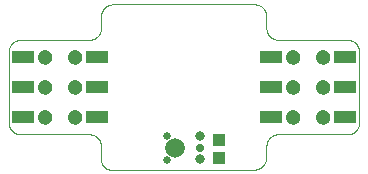
<source format=gbs>
G75*
%MOIN*%
%OFA0B0*%
%FSLAX25Y25*%
%IPPOS*%
%LPD*%
%AMOC8*
5,1,8,0,0,1.08239X$1,22.5*
%
%ADD10C,0.00000*%
%ADD11R,0.07487X0.03943*%
%ADD12C,0.04731*%
%ADD13C,0.03246*%
%ADD14C,0.02809*%
%ADD15C,0.02613*%
%ADD16C,0.06542*%
%ADD17C,0.00004*%
%ADD18R,0.03943X0.03943*%
D10*
X0045791Y0032012D02*
X0045915Y0032010D01*
X0046038Y0032004D01*
X0046162Y0031995D01*
X0046284Y0031981D01*
X0046407Y0031964D01*
X0046529Y0031942D01*
X0046650Y0031917D01*
X0046770Y0031888D01*
X0046889Y0031856D01*
X0047008Y0031819D01*
X0047125Y0031779D01*
X0047240Y0031736D01*
X0047355Y0031688D01*
X0047467Y0031637D01*
X0047578Y0031583D01*
X0047688Y0031525D01*
X0047795Y0031464D01*
X0047901Y0031399D01*
X0048004Y0031331D01*
X0048105Y0031260D01*
X0048204Y0031186D01*
X0048301Y0031109D01*
X0048395Y0031028D01*
X0048486Y0030945D01*
X0048575Y0030859D01*
X0048661Y0030770D01*
X0048744Y0030679D01*
X0048825Y0030585D01*
X0048902Y0030488D01*
X0048976Y0030389D01*
X0049047Y0030288D01*
X0049115Y0030185D01*
X0049180Y0030079D01*
X0049241Y0029972D01*
X0049299Y0029862D01*
X0049353Y0029751D01*
X0049404Y0029639D01*
X0049452Y0029524D01*
X0049495Y0029409D01*
X0049535Y0029292D01*
X0049572Y0029173D01*
X0049604Y0029054D01*
X0049633Y0028934D01*
X0049658Y0028813D01*
X0049680Y0028691D01*
X0049697Y0028568D01*
X0049711Y0028446D01*
X0049720Y0028322D01*
X0049726Y0028199D01*
X0049728Y0028075D01*
X0049728Y0024138D01*
X0049713Y0024023D01*
X0049703Y0023907D01*
X0049696Y0023791D01*
X0049693Y0023675D01*
X0049694Y0023558D01*
X0049699Y0023442D01*
X0049708Y0023326D01*
X0049720Y0023211D01*
X0049737Y0023095D01*
X0049757Y0022981D01*
X0049781Y0022867D01*
X0049809Y0022754D01*
X0049841Y0022642D01*
X0049876Y0022532D01*
X0049915Y0022422D01*
X0049958Y0022314D01*
X0050004Y0022207D01*
X0050054Y0022102D01*
X0050108Y0021999D01*
X0050164Y0021897D01*
X0050224Y0021798D01*
X0050288Y0021700D01*
X0050354Y0021605D01*
X0050424Y0021512D01*
X0050497Y0021421D01*
X0050573Y0021333D01*
X0050652Y0021247D01*
X0050733Y0021164D01*
X0050818Y0021084D01*
X0050904Y0021007D01*
X0050994Y0020933D01*
X0051086Y0020861D01*
X0051180Y0020793D01*
X0051276Y0020728D01*
X0051375Y0020666D01*
X0051476Y0020608D01*
X0051578Y0020553D01*
X0051682Y0020501D01*
X0051788Y0020453D01*
X0051896Y0020409D01*
X0052005Y0020368D01*
X0052115Y0020331D01*
X0052226Y0020297D01*
X0052338Y0020268D01*
X0052452Y0020242D01*
X0052566Y0020219D01*
X0052681Y0020201D01*
X0099925Y0020201D01*
X0100056Y0020189D01*
X0100188Y0020180D01*
X0100320Y0020175D01*
X0100452Y0020174D01*
X0100584Y0020177D01*
X0100716Y0020184D01*
X0100848Y0020195D01*
X0100979Y0020210D01*
X0101110Y0020228D01*
X0101240Y0020251D01*
X0101369Y0020277D01*
X0101498Y0020307D01*
X0101625Y0020341D01*
X0101752Y0020379D01*
X0101877Y0020420D01*
X0102002Y0020465D01*
X0102124Y0020514D01*
X0102245Y0020566D01*
X0102365Y0020622D01*
X0102483Y0020682D01*
X0102599Y0020745D01*
X0102713Y0020811D01*
X0102825Y0020881D01*
X0102935Y0020954D01*
X0103043Y0021030D01*
X0103149Y0021110D01*
X0103252Y0021192D01*
X0103353Y0021278D01*
X0103451Y0021366D01*
X0103546Y0021457D01*
X0103639Y0021552D01*
X0103728Y0021648D01*
X0103815Y0021748D01*
X0103899Y0021850D01*
X0103980Y0021954D01*
X0104058Y0022061D01*
X0104132Y0022170D01*
X0104204Y0022281D01*
X0104272Y0022394D01*
X0104336Y0022510D01*
X0104397Y0022627D01*
X0104455Y0022745D01*
X0104509Y0022866D01*
X0104559Y0022988D01*
X0104606Y0023111D01*
X0104649Y0023236D01*
X0104689Y0023362D01*
X0104725Y0023489D01*
X0104756Y0023618D01*
X0104785Y0023747D01*
X0104809Y0023876D01*
X0104829Y0024007D01*
X0104846Y0024138D01*
X0104846Y0028075D01*
X0104848Y0028199D01*
X0104854Y0028322D01*
X0104863Y0028446D01*
X0104877Y0028568D01*
X0104894Y0028691D01*
X0104916Y0028813D01*
X0104941Y0028934D01*
X0104970Y0029054D01*
X0105002Y0029173D01*
X0105039Y0029292D01*
X0105079Y0029409D01*
X0105122Y0029524D01*
X0105170Y0029639D01*
X0105221Y0029751D01*
X0105275Y0029862D01*
X0105333Y0029972D01*
X0105394Y0030079D01*
X0105459Y0030185D01*
X0105527Y0030288D01*
X0105598Y0030389D01*
X0105672Y0030488D01*
X0105749Y0030585D01*
X0105830Y0030679D01*
X0105913Y0030770D01*
X0105999Y0030859D01*
X0106088Y0030945D01*
X0106179Y0031028D01*
X0106273Y0031109D01*
X0106370Y0031186D01*
X0106469Y0031260D01*
X0106570Y0031331D01*
X0106673Y0031399D01*
X0106779Y0031464D01*
X0106886Y0031525D01*
X0106996Y0031583D01*
X0107107Y0031637D01*
X0107219Y0031688D01*
X0107334Y0031736D01*
X0107449Y0031779D01*
X0107566Y0031819D01*
X0107685Y0031856D01*
X0107804Y0031888D01*
X0107924Y0031917D01*
X0108045Y0031942D01*
X0108167Y0031964D01*
X0108290Y0031981D01*
X0108412Y0031995D01*
X0108536Y0032004D01*
X0108659Y0032010D01*
X0108783Y0032012D01*
X0131815Y0032012D01*
X0131939Y0032014D01*
X0132062Y0032020D01*
X0132186Y0032029D01*
X0132308Y0032043D01*
X0132431Y0032060D01*
X0132553Y0032082D01*
X0132674Y0032107D01*
X0132794Y0032136D01*
X0132913Y0032168D01*
X0133032Y0032205D01*
X0133149Y0032245D01*
X0133264Y0032288D01*
X0133379Y0032336D01*
X0133491Y0032387D01*
X0133602Y0032441D01*
X0133712Y0032499D01*
X0133819Y0032560D01*
X0133925Y0032625D01*
X0134028Y0032693D01*
X0134129Y0032764D01*
X0134228Y0032838D01*
X0134325Y0032915D01*
X0134419Y0032996D01*
X0134510Y0033079D01*
X0134599Y0033165D01*
X0134685Y0033254D01*
X0134768Y0033345D01*
X0134849Y0033439D01*
X0134926Y0033536D01*
X0135000Y0033635D01*
X0135071Y0033736D01*
X0135139Y0033839D01*
X0135204Y0033945D01*
X0135265Y0034052D01*
X0135323Y0034162D01*
X0135377Y0034273D01*
X0135428Y0034385D01*
X0135476Y0034500D01*
X0135519Y0034615D01*
X0135559Y0034732D01*
X0135596Y0034851D01*
X0135628Y0034970D01*
X0135657Y0035090D01*
X0135682Y0035211D01*
X0135704Y0035333D01*
X0135721Y0035456D01*
X0135735Y0035578D01*
X0135744Y0035702D01*
X0135750Y0035825D01*
X0135752Y0035949D01*
X0135752Y0059571D01*
X0135750Y0059695D01*
X0135744Y0059818D01*
X0135735Y0059942D01*
X0135721Y0060064D01*
X0135704Y0060187D01*
X0135682Y0060309D01*
X0135657Y0060430D01*
X0135628Y0060550D01*
X0135596Y0060669D01*
X0135559Y0060788D01*
X0135519Y0060905D01*
X0135476Y0061020D01*
X0135428Y0061135D01*
X0135377Y0061247D01*
X0135323Y0061358D01*
X0135265Y0061468D01*
X0135204Y0061575D01*
X0135139Y0061681D01*
X0135071Y0061784D01*
X0135000Y0061885D01*
X0134926Y0061984D01*
X0134849Y0062081D01*
X0134768Y0062175D01*
X0134685Y0062266D01*
X0134599Y0062355D01*
X0134510Y0062441D01*
X0134419Y0062524D01*
X0134325Y0062605D01*
X0134228Y0062682D01*
X0134129Y0062756D01*
X0134028Y0062827D01*
X0133925Y0062895D01*
X0133819Y0062960D01*
X0133712Y0063021D01*
X0133602Y0063079D01*
X0133491Y0063133D01*
X0133379Y0063184D01*
X0133264Y0063232D01*
X0133149Y0063275D01*
X0133032Y0063315D01*
X0132913Y0063352D01*
X0132794Y0063384D01*
X0132674Y0063413D01*
X0132553Y0063438D01*
X0132431Y0063460D01*
X0132308Y0063477D01*
X0132186Y0063491D01*
X0132062Y0063500D01*
X0131939Y0063506D01*
X0131815Y0063508D01*
X0108783Y0063508D01*
X0108659Y0063510D01*
X0108536Y0063516D01*
X0108412Y0063525D01*
X0108290Y0063539D01*
X0108167Y0063556D01*
X0108045Y0063578D01*
X0107924Y0063603D01*
X0107804Y0063632D01*
X0107685Y0063664D01*
X0107566Y0063701D01*
X0107449Y0063741D01*
X0107334Y0063784D01*
X0107219Y0063832D01*
X0107107Y0063883D01*
X0106996Y0063937D01*
X0106886Y0063995D01*
X0106779Y0064056D01*
X0106673Y0064121D01*
X0106570Y0064189D01*
X0106469Y0064260D01*
X0106370Y0064334D01*
X0106273Y0064411D01*
X0106179Y0064492D01*
X0106088Y0064575D01*
X0105999Y0064661D01*
X0105913Y0064750D01*
X0105830Y0064841D01*
X0105749Y0064935D01*
X0105672Y0065032D01*
X0105598Y0065131D01*
X0105527Y0065232D01*
X0105459Y0065335D01*
X0105394Y0065441D01*
X0105333Y0065548D01*
X0105275Y0065658D01*
X0105221Y0065769D01*
X0105170Y0065881D01*
X0105122Y0065996D01*
X0105079Y0066111D01*
X0105039Y0066228D01*
X0105002Y0066347D01*
X0104970Y0066466D01*
X0104941Y0066586D01*
X0104916Y0066707D01*
X0104894Y0066829D01*
X0104877Y0066952D01*
X0104863Y0067074D01*
X0104854Y0067198D01*
X0104848Y0067321D01*
X0104846Y0067445D01*
X0104846Y0071382D01*
X0104844Y0071506D01*
X0104838Y0071629D01*
X0104829Y0071753D01*
X0104815Y0071875D01*
X0104798Y0071998D01*
X0104776Y0072120D01*
X0104751Y0072241D01*
X0104722Y0072361D01*
X0104690Y0072480D01*
X0104653Y0072599D01*
X0104613Y0072716D01*
X0104570Y0072831D01*
X0104522Y0072946D01*
X0104471Y0073058D01*
X0104417Y0073169D01*
X0104359Y0073279D01*
X0104298Y0073386D01*
X0104233Y0073492D01*
X0104165Y0073595D01*
X0104094Y0073696D01*
X0104020Y0073795D01*
X0103943Y0073892D01*
X0103862Y0073986D01*
X0103779Y0074077D01*
X0103693Y0074166D01*
X0103604Y0074252D01*
X0103513Y0074335D01*
X0103419Y0074416D01*
X0103322Y0074493D01*
X0103223Y0074567D01*
X0103122Y0074638D01*
X0103019Y0074706D01*
X0102913Y0074771D01*
X0102806Y0074832D01*
X0102696Y0074890D01*
X0102585Y0074944D01*
X0102473Y0074995D01*
X0102358Y0075043D01*
X0102243Y0075086D01*
X0102126Y0075126D01*
X0102007Y0075163D01*
X0101888Y0075195D01*
X0101768Y0075224D01*
X0101647Y0075249D01*
X0101525Y0075271D01*
X0101402Y0075288D01*
X0101280Y0075302D01*
X0101156Y0075311D01*
X0101033Y0075317D01*
X0100909Y0075319D01*
X0053665Y0075319D01*
X0053541Y0075317D01*
X0053418Y0075311D01*
X0053294Y0075302D01*
X0053172Y0075288D01*
X0053049Y0075271D01*
X0052927Y0075249D01*
X0052806Y0075224D01*
X0052686Y0075195D01*
X0052567Y0075163D01*
X0052448Y0075126D01*
X0052331Y0075086D01*
X0052216Y0075043D01*
X0052101Y0074995D01*
X0051989Y0074944D01*
X0051878Y0074890D01*
X0051768Y0074832D01*
X0051661Y0074771D01*
X0051555Y0074706D01*
X0051452Y0074638D01*
X0051351Y0074567D01*
X0051252Y0074493D01*
X0051155Y0074416D01*
X0051061Y0074335D01*
X0050970Y0074252D01*
X0050881Y0074166D01*
X0050795Y0074077D01*
X0050712Y0073986D01*
X0050631Y0073892D01*
X0050554Y0073795D01*
X0050480Y0073696D01*
X0050409Y0073595D01*
X0050341Y0073492D01*
X0050276Y0073386D01*
X0050215Y0073279D01*
X0050157Y0073169D01*
X0050103Y0073058D01*
X0050052Y0072946D01*
X0050004Y0072831D01*
X0049961Y0072716D01*
X0049921Y0072599D01*
X0049884Y0072480D01*
X0049852Y0072361D01*
X0049823Y0072241D01*
X0049798Y0072120D01*
X0049776Y0071998D01*
X0049759Y0071875D01*
X0049745Y0071753D01*
X0049736Y0071629D01*
X0049730Y0071506D01*
X0049728Y0071382D01*
X0049728Y0067445D01*
X0049726Y0067321D01*
X0049720Y0067198D01*
X0049711Y0067074D01*
X0049697Y0066952D01*
X0049680Y0066829D01*
X0049658Y0066707D01*
X0049633Y0066586D01*
X0049604Y0066466D01*
X0049572Y0066347D01*
X0049535Y0066228D01*
X0049495Y0066111D01*
X0049452Y0065996D01*
X0049404Y0065881D01*
X0049353Y0065769D01*
X0049299Y0065658D01*
X0049241Y0065548D01*
X0049180Y0065441D01*
X0049115Y0065335D01*
X0049047Y0065232D01*
X0048976Y0065131D01*
X0048902Y0065032D01*
X0048825Y0064935D01*
X0048744Y0064841D01*
X0048661Y0064750D01*
X0048575Y0064661D01*
X0048486Y0064575D01*
X0048395Y0064492D01*
X0048301Y0064411D01*
X0048204Y0064334D01*
X0048105Y0064260D01*
X0048004Y0064189D01*
X0047901Y0064121D01*
X0047795Y0064056D01*
X0047688Y0063995D01*
X0047578Y0063937D01*
X0047467Y0063883D01*
X0047355Y0063832D01*
X0047240Y0063784D01*
X0047125Y0063741D01*
X0047008Y0063701D01*
X0046889Y0063664D01*
X0046770Y0063632D01*
X0046650Y0063603D01*
X0046529Y0063578D01*
X0046407Y0063556D01*
X0046284Y0063539D01*
X0046162Y0063525D01*
X0046038Y0063516D01*
X0045915Y0063510D01*
X0045791Y0063508D01*
X0022898Y0063508D01*
X0022774Y0063506D01*
X0022651Y0063500D01*
X0022527Y0063491D01*
X0022405Y0063477D01*
X0022282Y0063460D01*
X0022160Y0063438D01*
X0022039Y0063413D01*
X0021919Y0063384D01*
X0021800Y0063352D01*
X0021681Y0063315D01*
X0021564Y0063275D01*
X0021449Y0063232D01*
X0021334Y0063184D01*
X0021222Y0063133D01*
X0021111Y0063079D01*
X0021001Y0063021D01*
X0020894Y0062960D01*
X0020788Y0062895D01*
X0020685Y0062827D01*
X0020584Y0062756D01*
X0020485Y0062682D01*
X0020388Y0062605D01*
X0020294Y0062524D01*
X0020203Y0062441D01*
X0020114Y0062355D01*
X0020028Y0062266D01*
X0019945Y0062175D01*
X0019864Y0062081D01*
X0019787Y0061984D01*
X0019713Y0061885D01*
X0019642Y0061784D01*
X0019574Y0061681D01*
X0019509Y0061575D01*
X0019448Y0061468D01*
X0019390Y0061358D01*
X0019336Y0061247D01*
X0019285Y0061135D01*
X0019237Y0061020D01*
X0019194Y0060905D01*
X0019154Y0060788D01*
X0019117Y0060669D01*
X0019085Y0060550D01*
X0019056Y0060430D01*
X0019031Y0060309D01*
X0019009Y0060187D01*
X0018992Y0060064D01*
X0018978Y0059942D01*
X0018969Y0059818D01*
X0018963Y0059695D01*
X0018961Y0059571D01*
X0018961Y0035949D01*
X0018963Y0035825D01*
X0018969Y0035702D01*
X0018978Y0035578D01*
X0018992Y0035456D01*
X0019009Y0035333D01*
X0019031Y0035211D01*
X0019056Y0035090D01*
X0019085Y0034970D01*
X0019117Y0034851D01*
X0019154Y0034732D01*
X0019194Y0034615D01*
X0019237Y0034500D01*
X0019285Y0034385D01*
X0019336Y0034273D01*
X0019390Y0034162D01*
X0019448Y0034052D01*
X0019509Y0033945D01*
X0019574Y0033839D01*
X0019642Y0033736D01*
X0019713Y0033635D01*
X0019787Y0033536D01*
X0019864Y0033439D01*
X0019945Y0033345D01*
X0020028Y0033254D01*
X0020114Y0033165D01*
X0020203Y0033079D01*
X0020294Y0032996D01*
X0020388Y0032915D01*
X0020485Y0032838D01*
X0020584Y0032764D01*
X0020685Y0032693D01*
X0020788Y0032625D01*
X0020894Y0032560D01*
X0021001Y0032499D01*
X0021111Y0032441D01*
X0021222Y0032387D01*
X0021334Y0032336D01*
X0021449Y0032288D01*
X0021564Y0032245D01*
X0021681Y0032205D01*
X0021800Y0032168D01*
X0021919Y0032136D01*
X0022039Y0032107D01*
X0022160Y0032082D01*
X0022282Y0032060D01*
X0022405Y0032043D01*
X0022527Y0032029D01*
X0022651Y0032020D01*
X0022774Y0032014D01*
X0022898Y0032012D01*
X0045791Y0032012D01*
X0038784Y0037760D02*
X0038786Y0037853D01*
X0038792Y0037945D01*
X0038802Y0038037D01*
X0038816Y0038128D01*
X0038833Y0038219D01*
X0038855Y0038309D01*
X0038880Y0038398D01*
X0038909Y0038486D01*
X0038942Y0038572D01*
X0038979Y0038657D01*
X0039019Y0038741D01*
X0039063Y0038822D01*
X0039110Y0038902D01*
X0039160Y0038980D01*
X0039214Y0039055D01*
X0039271Y0039128D01*
X0039331Y0039198D01*
X0039394Y0039266D01*
X0039460Y0039331D01*
X0039528Y0039393D01*
X0039599Y0039453D01*
X0039673Y0039509D01*
X0039749Y0039562D01*
X0039827Y0039611D01*
X0039907Y0039658D01*
X0039989Y0039700D01*
X0040073Y0039740D01*
X0040158Y0039775D01*
X0040245Y0039807D01*
X0040333Y0039836D01*
X0040422Y0039860D01*
X0040512Y0039881D01*
X0040603Y0039897D01*
X0040695Y0039910D01*
X0040787Y0039919D01*
X0040880Y0039924D01*
X0040972Y0039925D01*
X0041065Y0039922D01*
X0041157Y0039915D01*
X0041249Y0039904D01*
X0041340Y0039889D01*
X0041431Y0039871D01*
X0041521Y0039848D01*
X0041609Y0039822D01*
X0041697Y0039792D01*
X0041783Y0039758D01*
X0041867Y0039721D01*
X0041950Y0039679D01*
X0042031Y0039635D01*
X0042111Y0039587D01*
X0042188Y0039536D01*
X0042262Y0039481D01*
X0042335Y0039423D01*
X0042405Y0039363D01*
X0042472Y0039299D01*
X0042536Y0039233D01*
X0042598Y0039163D01*
X0042656Y0039092D01*
X0042711Y0039018D01*
X0042763Y0038941D01*
X0042812Y0038862D01*
X0042858Y0038782D01*
X0042900Y0038699D01*
X0042938Y0038615D01*
X0042973Y0038529D01*
X0043004Y0038442D01*
X0043031Y0038354D01*
X0043054Y0038264D01*
X0043074Y0038174D01*
X0043090Y0038083D01*
X0043102Y0037991D01*
X0043110Y0037899D01*
X0043114Y0037806D01*
X0043114Y0037714D01*
X0043110Y0037621D01*
X0043102Y0037529D01*
X0043090Y0037437D01*
X0043074Y0037346D01*
X0043054Y0037256D01*
X0043031Y0037166D01*
X0043004Y0037078D01*
X0042973Y0036991D01*
X0042938Y0036905D01*
X0042900Y0036821D01*
X0042858Y0036738D01*
X0042812Y0036658D01*
X0042763Y0036579D01*
X0042711Y0036502D01*
X0042656Y0036428D01*
X0042598Y0036357D01*
X0042536Y0036287D01*
X0042472Y0036221D01*
X0042405Y0036157D01*
X0042335Y0036097D01*
X0042262Y0036039D01*
X0042188Y0035984D01*
X0042111Y0035933D01*
X0042032Y0035885D01*
X0041950Y0035841D01*
X0041867Y0035799D01*
X0041783Y0035762D01*
X0041697Y0035728D01*
X0041609Y0035698D01*
X0041521Y0035672D01*
X0041431Y0035649D01*
X0041340Y0035631D01*
X0041249Y0035616D01*
X0041157Y0035605D01*
X0041065Y0035598D01*
X0040972Y0035595D01*
X0040880Y0035596D01*
X0040787Y0035601D01*
X0040695Y0035610D01*
X0040603Y0035623D01*
X0040512Y0035639D01*
X0040422Y0035660D01*
X0040333Y0035684D01*
X0040245Y0035713D01*
X0040158Y0035745D01*
X0040073Y0035780D01*
X0039989Y0035820D01*
X0039907Y0035862D01*
X0039827Y0035909D01*
X0039749Y0035958D01*
X0039673Y0036011D01*
X0039599Y0036067D01*
X0039528Y0036127D01*
X0039460Y0036189D01*
X0039394Y0036254D01*
X0039331Y0036322D01*
X0039271Y0036392D01*
X0039214Y0036465D01*
X0039160Y0036540D01*
X0039110Y0036618D01*
X0039063Y0036698D01*
X0039019Y0036779D01*
X0038979Y0036863D01*
X0038942Y0036948D01*
X0038909Y0037034D01*
X0038880Y0037122D01*
X0038855Y0037211D01*
X0038833Y0037301D01*
X0038816Y0037392D01*
X0038802Y0037483D01*
X0038792Y0037575D01*
X0038786Y0037667D01*
X0038784Y0037760D01*
X0028784Y0037760D02*
X0028786Y0037853D01*
X0028792Y0037945D01*
X0028802Y0038037D01*
X0028816Y0038128D01*
X0028833Y0038219D01*
X0028855Y0038309D01*
X0028880Y0038398D01*
X0028909Y0038486D01*
X0028942Y0038572D01*
X0028979Y0038657D01*
X0029019Y0038741D01*
X0029063Y0038822D01*
X0029110Y0038902D01*
X0029160Y0038980D01*
X0029214Y0039055D01*
X0029271Y0039128D01*
X0029331Y0039198D01*
X0029394Y0039266D01*
X0029460Y0039331D01*
X0029528Y0039393D01*
X0029599Y0039453D01*
X0029673Y0039509D01*
X0029749Y0039562D01*
X0029827Y0039611D01*
X0029907Y0039658D01*
X0029989Y0039700D01*
X0030073Y0039740D01*
X0030158Y0039775D01*
X0030245Y0039807D01*
X0030333Y0039836D01*
X0030422Y0039860D01*
X0030512Y0039881D01*
X0030603Y0039897D01*
X0030695Y0039910D01*
X0030787Y0039919D01*
X0030880Y0039924D01*
X0030972Y0039925D01*
X0031065Y0039922D01*
X0031157Y0039915D01*
X0031249Y0039904D01*
X0031340Y0039889D01*
X0031431Y0039871D01*
X0031521Y0039848D01*
X0031609Y0039822D01*
X0031697Y0039792D01*
X0031783Y0039758D01*
X0031867Y0039721D01*
X0031950Y0039679D01*
X0032031Y0039635D01*
X0032111Y0039587D01*
X0032188Y0039536D01*
X0032262Y0039481D01*
X0032335Y0039423D01*
X0032405Y0039363D01*
X0032472Y0039299D01*
X0032536Y0039233D01*
X0032598Y0039163D01*
X0032656Y0039092D01*
X0032711Y0039018D01*
X0032763Y0038941D01*
X0032812Y0038862D01*
X0032858Y0038782D01*
X0032900Y0038699D01*
X0032938Y0038615D01*
X0032973Y0038529D01*
X0033004Y0038442D01*
X0033031Y0038354D01*
X0033054Y0038264D01*
X0033074Y0038174D01*
X0033090Y0038083D01*
X0033102Y0037991D01*
X0033110Y0037899D01*
X0033114Y0037806D01*
X0033114Y0037714D01*
X0033110Y0037621D01*
X0033102Y0037529D01*
X0033090Y0037437D01*
X0033074Y0037346D01*
X0033054Y0037256D01*
X0033031Y0037166D01*
X0033004Y0037078D01*
X0032973Y0036991D01*
X0032938Y0036905D01*
X0032900Y0036821D01*
X0032858Y0036738D01*
X0032812Y0036658D01*
X0032763Y0036579D01*
X0032711Y0036502D01*
X0032656Y0036428D01*
X0032598Y0036357D01*
X0032536Y0036287D01*
X0032472Y0036221D01*
X0032405Y0036157D01*
X0032335Y0036097D01*
X0032262Y0036039D01*
X0032188Y0035984D01*
X0032111Y0035933D01*
X0032032Y0035885D01*
X0031950Y0035841D01*
X0031867Y0035799D01*
X0031783Y0035762D01*
X0031697Y0035728D01*
X0031609Y0035698D01*
X0031521Y0035672D01*
X0031431Y0035649D01*
X0031340Y0035631D01*
X0031249Y0035616D01*
X0031157Y0035605D01*
X0031065Y0035598D01*
X0030972Y0035595D01*
X0030880Y0035596D01*
X0030787Y0035601D01*
X0030695Y0035610D01*
X0030603Y0035623D01*
X0030512Y0035639D01*
X0030422Y0035660D01*
X0030333Y0035684D01*
X0030245Y0035713D01*
X0030158Y0035745D01*
X0030073Y0035780D01*
X0029989Y0035820D01*
X0029907Y0035862D01*
X0029827Y0035909D01*
X0029749Y0035958D01*
X0029673Y0036011D01*
X0029599Y0036067D01*
X0029528Y0036127D01*
X0029460Y0036189D01*
X0029394Y0036254D01*
X0029331Y0036322D01*
X0029271Y0036392D01*
X0029214Y0036465D01*
X0029160Y0036540D01*
X0029110Y0036618D01*
X0029063Y0036698D01*
X0029019Y0036779D01*
X0028979Y0036863D01*
X0028942Y0036948D01*
X0028909Y0037034D01*
X0028880Y0037122D01*
X0028855Y0037211D01*
X0028833Y0037301D01*
X0028816Y0037392D01*
X0028802Y0037483D01*
X0028792Y0037575D01*
X0028786Y0037667D01*
X0028784Y0037760D01*
X0028784Y0047760D02*
X0028786Y0047853D01*
X0028792Y0047945D01*
X0028802Y0048037D01*
X0028816Y0048128D01*
X0028833Y0048219D01*
X0028855Y0048309D01*
X0028880Y0048398D01*
X0028909Y0048486D01*
X0028942Y0048572D01*
X0028979Y0048657D01*
X0029019Y0048741D01*
X0029063Y0048822D01*
X0029110Y0048902D01*
X0029160Y0048980D01*
X0029214Y0049055D01*
X0029271Y0049128D01*
X0029331Y0049198D01*
X0029394Y0049266D01*
X0029460Y0049331D01*
X0029528Y0049393D01*
X0029599Y0049453D01*
X0029673Y0049509D01*
X0029749Y0049562D01*
X0029827Y0049611D01*
X0029907Y0049658D01*
X0029989Y0049700D01*
X0030073Y0049740D01*
X0030158Y0049775D01*
X0030245Y0049807D01*
X0030333Y0049836D01*
X0030422Y0049860D01*
X0030512Y0049881D01*
X0030603Y0049897D01*
X0030695Y0049910D01*
X0030787Y0049919D01*
X0030880Y0049924D01*
X0030972Y0049925D01*
X0031065Y0049922D01*
X0031157Y0049915D01*
X0031249Y0049904D01*
X0031340Y0049889D01*
X0031431Y0049871D01*
X0031521Y0049848D01*
X0031609Y0049822D01*
X0031697Y0049792D01*
X0031783Y0049758D01*
X0031867Y0049721D01*
X0031950Y0049679D01*
X0032031Y0049635D01*
X0032111Y0049587D01*
X0032188Y0049536D01*
X0032262Y0049481D01*
X0032335Y0049423D01*
X0032405Y0049363D01*
X0032472Y0049299D01*
X0032536Y0049233D01*
X0032598Y0049163D01*
X0032656Y0049092D01*
X0032711Y0049018D01*
X0032763Y0048941D01*
X0032812Y0048862D01*
X0032858Y0048782D01*
X0032900Y0048699D01*
X0032938Y0048615D01*
X0032973Y0048529D01*
X0033004Y0048442D01*
X0033031Y0048354D01*
X0033054Y0048264D01*
X0033074Y0048174D01*
X0033090Y0048083D01*
X0033102Y0047991D01*
X0033110Y0047899D01*
X0033114Y0047806D01*
X0033114Y0047714D01*
X0033110Y0047621D01*
X0033102Y0047529D01*
X0033090Y0047437D01*
X0033074Y0047346D01*
X0033054Y0047256D01*
X0033031Y0047166D01*
X0033004Y0047078D01*
X0032973Y0046991D01*
X0032938Y0046905D01*
X0032900Y0046821D01*
X0032858Y0046738D01*
X0032812Y0046658D01*
X0032763Y0046579D01*
X0032711Y0046502D01*
X0032656Y0046428D01*
X0032598Y0046357D01*
X0032536Y0046287D01*
X0032472Y0046221D01*
X0032405Y0046157D01*
X0032335Y0046097D01*
X0032262Y0046039D01*
X0032188Y0045984D01*
X0032111Y0045933D01*
X0032032Y0045885D01*
X0031950Y0045841D01*
X0031867Y0045799D01*
X0031783Y0045762D01*
X0031697Y0045728D01*
X0031609Y0045698D01*
X0031521Y0045672D01*
X0031431Y0045649D01*
X0031340Y0045631D01*
X0031249Y0045616D01*
X0031157Y0045605D01*
X0031065Y0045598D01*
X0030972Y0045595D01*
X0030880Y0045596D01*
X0030787Y0045601D01*
X0030695Y0045610D01*
X0030603Y0045623D01*
X0030512Y0045639D01*
X0030422Y0045660D01*
X0030333Y0045684D01*
X0030245Y0045713D01*
X0030158Y0045745D01*
X0030073Y0045780D01*
X0029989Y0045820D01*
X0029907Y0045862D01*
X0029827Y0045909D01*
X0029749Y0045958D01*
X0029673Y0046011D01*
X0029599Y0046067D01*
X0029528Y0046127D01*
X0029460Y0046189D01*
X0029394Y0046254D01*
X0029331Y0046322D01*
X0029271Y0046392D01*
X0029214Y0046465D01*
X0029160Y0046540D01*
X0029110Y0046618D01*
X0029063Y0046698D01*
X0029019Y0046779D01*
X0028979Y0046863D01*
X0028942Y0046948D01*
X0028909Y0047034D01*
X0028880Y0047122D01*
X0028855Y0047211D01*
X0028833Y0047301D01*
X0028816Y0047392D01*
X0028802Y0047483D01*
X0028792Y0047575D01*
X0028786Y0047667D01*
X0028784Y0047760D01*
X0038784Y0047760D02*
X0038786Y0047853D01*
X0038792Y0047945D01*
X0038802Y0048037D01*
X0038816Y0048128D01*
X0038833Y0048219D01*
X0038855Y0048309D01*
X0038880Y0048398D01*
X0038909Y0048486D01*
X0038942Y0048572D01*
X0038979Y0048657D01*
X0039019Y0048741D01*
X0039063Y0048822D01*
X0039110Y0048902D01*
X0039160Y0048980D01*
X0039214Y0049055D01*
X0039271Y0049128D01*
X0039331Y0049198D01*
X0039394Y0049266D01*
X0039460Y0049331D01*
X0039528Y0049393D01*
X0039599Y0049453D01*
X0039673Y0049509D01*
X0039749Y0049562D01*
X0039827Y0049611D01*
X0039907Y0049658D01*
X0039989Y0049700D01*
X0040073Y0049740D01*
X0040158Y0049775D01*
X0040245Y0049807D01*
X0040333Y0049836D01*
X0040422Y0049860D01*
X0040512Y0049881D01*
X0040603Y0049897D01*
X0040695Y0049910D01*
X0040787Y0049919D01*
X0040880Y0049924D01*
X0040972Y0049925D01*
X0041065Y0049922D01*
X0041157Y0049915D01*
X0041249Y0049904D01*
X0041340Y0049889D01*
X0041431Y0049871D01*
X0041521Y0049848D01*
X0041609Y0049822D01*
X0041697Y0049792D01*
X0041783Y0049758D01*
X0041867Y0049721D01*
X0041950Y0049679D01*
X0042031Y0049635D01*
X0042111Y0049587D01*
X0042188Y0049536D01*
X0042262Y0049481D01*
X0042335Y0049423D01*
X0042405Y0049363D01*
X0042472Y0049299D01*
X0042536Y0049233D01*
X0042598Y0049163D01*
X0042656Y0049092D01*
X0042711Y0049018D01*
X0042763Y0048941D01*
X0042812Y0048862D01*
X0042858Y0048782D01*
X0042900Y0048699D01*
X0042938Y0048615D01*
X0042973Y0048529D01*
X0043004Y0048442D01*
X0043031Y0048354D01*
X0043054Y0048264D01*
X0043074Y0048174D01*
X0043090Y0048083D01*
X0043102Y0047991D01*
X0043110Y0047899D01*
X0043114Y0047806D01*
X0043114Y0047714D01*
X0043110Y0047621D01*
X0043102Y0047529D01*
X0043090Y0047437D01*
X0043074Y0047346D01*
X0043054Y0047256D01*
X0043031Y0047166D01*
X0043004Y0047078D01*
X0042973Y0046991D01*
X0042938Y0046905D01*
X0042900Y0046821D01*
X0042858Y0046738D01*
X0042812Y0046658D01*
X0042763Y0046579D01*
X0042711Y0046502D01*
X0042656Y0046428D01*
X0042598Y0046357D01*
X0042536Y0046287D01*
X0042472Y0046221D01*
X0042405Y0046157D01*
X0042335Y0046097D01*
X0042262Y0046039D01*
X0042188Y0045984D01*
X0042111Y0045933D01*
X0042032Y0045885D01*
X0041950Y0045841D01*
X0041867Y0045799D01*
X0041783Y0045762D01*
X0041697Y0045728D01*
X0041609Y0045698D01*
X0041521Y0045672D01*
X0041431Y0045649D01*
X0041340Y0045631D01*
X0041249Y0045616D01*
X0041157Y0045605D01*
X0041065Y0045598D01*
X0040972Y0045595D01*
X0040880Y0045596D01*
X0040787Y0045601D01*
X0040695Y0045610D01*
X0040603Y0045623D01*
X0040512Y0045639D01*
X0040422Y0045660D01*
X0040333Y0045684D01*
X0040245Y0045713D01*
X0040158Y0045745D01*
X0040073Y0045780D01*
X0039989Y0045820D01*
X0039907Y0045862D01*
X0039827Y0045909D01*
X0039749Y0045958D01*
X0039673Y0046011D01*
X0039599Y0046067D01*
X0039528Y0046127D01*
X0039460Y0046189D01*
X0039394Y0046254D01*
X0039331Y0046322D01*
X0039271Y0046392D01*
X0039214Y0046465D01*
X0039160Y0046540D01*
X0039110Y0046618D01*
X0039063Y0046698D01*
X0039019Y0046779D01*
X0038979Y0046863D01*
X0038942Y0046948D01*
X0038909Y0047034D01*
X0038880Y0047122D01*
X0038855Y0047211D01*
X0038833Y0047301D01*
X0038816Y0047392D01*
X0038802Y0047483D01*
X0038792Y0047575D01*
X0038786Y0047667D01*
X0038784Y0047760D01*
X0038784Y0057760D02*
X0038786Y0057853D01*
X0038792Y0057945D01*
X0038802Y0058037D01*
X0038816Y0058128D01*
X0038833Y0058219D01*
X0038855Y0058309D01*
X0038880Y0058398D01*
X0038909Y0058486D01*
X0038942Y0058572D01*
X0038979Y0058657D01*
X0039019Y0058741D01*
X0039063Y0058822D01*
X0039110Y0058902D01*
X0039160Y0058980D01*
X0039214Y0059055D01*
X0039271Y0059128D01*
X0039331Y0059198D01*
X0039394Y0059266D01*
X0039460Y0059331D01*
X0039528Y0059393D01*
X0039599Y0059453D01*
X0039673Y0059509D01*
X0039749Y0059562D01*
X0039827Y0059611D01*
X0039907Y0059658D01*
X0039989Y0059700D01*
X0040073Y0059740D01*
X0040158Y0059775D01*
X0040245Y0059807D01*
X0040333Y0059836D01*
X0040422Y0059860D01*
X0040512Y0059881D01*
X0040603Y0059897D01*
X0040695Y0059910D01*
X0040787Y0059919D01*
X0040880Y0059924D01*
X0040972Y0059925D01*
X0041065Y0059922D01*
X0041157Y0059915D01*
X0041249Y0059904D01*
X0041340Y0059889D01*
X0041431Y0059871D01*
X0041521Y0059848D01*
X0041609Y0059822D01*
X0041697Y0059792D01*
X0041783Y0059758D01*
X0041867Y0059721D01*
X0041950Y0059679D01*
X0042031Y0059635D01*
X0042111Y0059587D01*
X0042188Y0059536D01*
X0042262Y0059481D01*
X0042335Y0059423D01*
X0042405Y0059363D01*
X0042472Y0059299D01*
X0042536Y0059233D01*
X0042598Y0059163D01*
X0042656Y0059092D01*
X0042711Y0059018D01*
X0042763Y0058941D01*
X0042812Y0058862D01*
X0042858Y0058782D01*
X0042900Y0058699D01*
X0042938Y0058615D01*
X0042973Y0058529D01*
X0043004Y0058442D01*
X0043031Y0058354D01*
X0043054Y0058264D01*
X0043074Y0058174D01*
X0043090Y0058083D01*
X0043102Y0057991D01*
X0043110Y0057899D01*
X0043114Y0057806D01*
X0043114Y0057714D01*
X0043110Y0057621D01*
X0043102Y0057529D01*
X0043090Y0057437D01*
X0043074Y0057346D01*
X0043054Y0057256D01*
X0043031Y0057166D01*
X0043004Y0057078D01*
X0042973Y0056991D01*
X0042938Y0056905D01*
X0042900Y0056821D01*
X0042858Y0056738D01*
X0042812Y0056658D01*
X0042763Y0056579D01*
X0042711Y0056502D01*
X0042656Y0056428D01*
X0042598Y0056357D01*
X0042536Y0056287D01*
X0042472Y0056221D01*
X0042405Y0056157D01*
X0042335Y0056097D01*
X0042262Y0056039D01*
X0042188Y0055984D01*
X0042111Y0055933D01*
X0042032Y0055885D01*
X0041950Y0055841D01*
X0041867Y0055799D01*
X0041783Y0055762D01*
X0041697Y0055728D01*
X0041609Y0055698D01*
X0041521Y0055672D01*
X0041431Y0055649D01*
X0041340Y0055631D01*
X0041249Y0055616D01*
X0041157Y0055605D01*
X0041065Y0055598D01*
X0040972Y0055595D01*
X0040880Y0055596D01*
X0040787Y0055601D01*
X0040695Y0055610D01*
X0040603Y0055623D01*
X0040512Y0055639D01*
X0040422Y0055660D01*
X0040333Y0055684D01*
X0040245Y0055713D01*
X0040158Y0055745D01*
X0040073Y0055780D01*
X0039989Y0055820D01*
X0039907Y0055862D01*
X0039827Y0055909D01*
X0039749Y0055958D01*
X0039673Y0056011D01*
X0039599Y0056067D01*
X0039528Y0056127D01*
X0039460Y0056189D01*
X0039394Y0056254D01*
X0039331Y0056322D01*
X0039271Y0056392D01*
X0039214Y0056465D01*
X0039160Y0056540D01*
X0039110Y0056618D01*
X0039063Y0056698D01*
X0039019Y0056779D01*
X0038979Y0056863D01*
X0038942Y0056948D01*
X0038909Y0057034D01*
X0038880Y0057122D01*
X0038855Y0057211D01*
X0038833Y0057301D01*
X0038816Y0057392D01*
X0038802Y0057483D01*
X0038792Y0057575D01*
X0038786Y0057667D01*
X0038784Y0057760D01*
X0028784Y0057760D02*
X0028786Y0057853D01*
X0028792Y0057945D01*
X0028802Y0058037D01*
X0028816Y0058128D01*
X0028833Y0058219D01*
X0028855Y0058309D01*
X0028880Y0058398D01*
X0028909Y0058486D01*
X0028942Y0058572D01*
X0028979Y0058657D01*
X0029019Y0058741D01*
X0029063Y0058822D01*
X0029110Y0058902D01*
X0029160Y0058980D01*
X0029214Y0059055D01*
X0029271Y0059128D01*
X0029331Y0059198D01*
X0029394Y0059266D01*
X0029460Y0059331D01*
X0029528Y0059393D01*
X0029599Y0059453D01*
X0029673Y0059509D01*
X0029749Y0059562D01*
X0029827Y0059611D01*
X0029907Y0059658D01*
X0029989Y0059700D01*
X0030073Y0059740D01*
X0030158Y0059775D01*
X0030245Y0059807D01*
X0030333Y0059836D01*
X0030422Y0059860D01*
X0030512Y0059881D01*
X0030603Y0059897D01*
X0030695Y0059910D01*
X0030787Y0059919D01*
X0030880Y0059924D01*
X0030972Y0059925D01*
X0031065Y0059922D01*
X0031157Y0059915D01*
X0031249Y0059904D01*
X0031340Y0059889D01*
X0031431Y0059871D01*
X0031521Y0059848D01*
X0031609Y0059822D01*
X0031697Y0059792D01*
X0031783Y0059758D01*
X0031867Y0059721D01*
X0031950Y0059679D01*
X0032031Y0059635D01*
X0032111Y0059587D01*
X0032188Y0059536D01*
X0032262Y0059481D01*
X0032335Y0059423D01*
X0032405Y0059363D01*
X0032472Y0059299D01*
X0032536Y0059233D01*
X0032598Y0059163D01*
X0032656Y0059092D01*
X0032711Y0059018D01*
X0032763Y0058941D01*
X0032812Y0058862D01*
X0032858Y0058782D01*
X0032900Y0058699D01*
X0032938Y0058615D01*
X0032973Y0058529D01*
X0033004Y0058442D01*
X0033031Y0058354D01*
X0033054Y0058264D01*
X0033074Y0058174D01*
X0033090Y0058083D01*
X0033102Y0057991D01*
X0033110Y0057899D01*
X0033114Y0057806D01*
X0033114Y0057714D01*
X0033110Y0057621D01*
X0033102Y0057529D01*
X0033090Y0057437D01*
X0033074Y0057346D01*
X0033054Y0057256D01*
X0033031Y0057166D01*
X0033004Y0057078D01*
X0032973Y0056991D01*
X0032938Y0056905D01*
X0032900Y0056821D01*
X0032858Y0056738D01*
X0032812Y0056658D01*
X0032763Y0056579D01*
X0032711Y0056502D01*
X0032656Y0056428D01*
X0032598Y0056357D01*
X0032536Y0056287D01*
X0032472Y0056221D01*
X0032405Y0056157D01*
X0032335Y0056097D01*
X0032262Y0056039D01*
X0032188Y0055984D01*
X0032111Y0055933D01*
X0032032Y0055885D01*
X0031950Y0055841D01*
X0031867Y0055799D01*
X0031783Y0055762D01*
X0031697Y0055728D01*
X0031609Y0055698D01*
X0031521Y0055672D01*
X0031431Y0055649D01*
X0031340Y0055631D01*
X0031249Y0055616D01*
X0031157Y0055605D01*
X0031065Y0055598D01*
X0030972Y0055595D01*
X0030880Y0055596D01*
X0030787Y0055601D01*
X0030695Y0055610D01*
X0030603Y0055623D01*
X0030512Y0055639D01*
X0030422Y0055660D01*
X0030333Y0055684D01*
X0030245Y0055713D01*
X0030158Y0055745D01*
X0030073Y0055780D01*
X0029989Y0055820D01*
X0029907Y0055862D01*
X0029827Y0055909D01*
X0029749Y0055958D01*
X0029673Y0056011D01*
X0029599Y0056067D01*
X0029528Y0056127D01*
X0029460Y0056189D01*
X0029394Y0056254D01*
X0029331Y0056322D01*
X0029271Y0056392D01*
X0029214Y0056465D01*
X0029160Y0056540D01*
X0029110Y0056618D01*
X0029063Y0056698D01*
X0029019Y0056779D01*
X0028979Y0056863D01*
X0028942Y0056948D01*
X0028909Y0057034D01*
X0028880Y0057122D01*
X0028855Y0057211D01*
X0028833Y0057301D01*
X0028816Y0057392D01*
X0028802Y0057483D01*
X0028792Y0057575D01*
X0028786Y0057667D01*
X0028784Y0057760D01*
X0111461Y0057760D02*
X0111463Y0057853D01*
X0111469Y0057945D01*
X0111479Y0058037D01*
X0111493Y0058128D01*
X0111510Y0058219D01*
X0111532Y0058309D01*
X0111557Y0058398D01*
X0111586Y0058486D01*
X0111619Y0058572D01*
X0111656Y0058657D01*
X0111696Y0058741D01*
X0111740Y0058822D01*
X0111787Y0058902D01*
X0111837Y0058980D01*
X0111891Y0059055D01*
X0111948Y0059128D01*
X0112008Y0059198D01*
X0112071Y0059266D01*
X0112137Y0059331D01*
X0112205Y0059393D01*
X0112276Y0059453D01*
X0112350Y0059509D01*
X0112426Y0059562D01*
X0112504Y0059611D01*
X0112584Y0059658D01*
X0112666Y0059700D01*
X0112750Y0059740D01*
X0112835Y0059775D01*
X0112922Y0059807D01*
X0113010Y0059836D01*
X0113099Y0059860D01*
X0113189Y0059881D01*
X0113280Y0059897D01*
X0113372Y0059910D01*
X0113464Y0059919D01*
X0113557Y0059924D01*
X0113649Y0059925D01*
X0113742Y0059922D01*
X0113834Y0059915D01*
X0113926Y0059904D01*
X0114017Y0059889D01*
X0114108Y0059871D01*
X0114198Y0059848D01*
X0114286Y0059822D01*
X0114374Y0059792D01*
X0114460Y0059758D01*
X0114544Y0059721D01*
X0114627Y0059679D01*
X0114708Y0059635D01*
X0114788Y0059587D01*
X0114865Y0059536D01*
X0114939Y0059481D01*
X0115012Y0059423D01*
X0115082Y0059363D01*
X0115149Y0059299D01*
X0115213Y0059233D01*
X0115275Y0059163D01*
X0115333Y0059092D01*
X0115388Y0059018D01*
X0115440Y0058941D01*
X0115489Y0058862D01*
X0115535Y0058782D01*
X0115577Y0058699D01*
X0115615Y0058615D01*
X0115650Y0058529D01*
X0115681Y0058442D01*
X0115708Y0058354D01*
X0115731Y0058264D01*
X0115751Y0058174D01*
X0115767Y0058083D01*
X0115779Y0057991D01*
X0115787Y0057899D01*
X0115791Y0057806D01*
X0115791Y0057714D01*
X0115787Y0057621D01*
X0115779Y0057529D01*
X0115767Y0057437D01*
X0115751Y0057346D01*
X0115731Y0057256D01*
X0115708Y0057166D01*
X0115681Y0057078D01*
X0115650Y0056991D01*
X0115615Y0056905D01*
X0115577Y0056821D01*
X0115535Y0056738D01*
X0115489Y0056658D01*
X0115440Y0056579D01*
X0115388Y0056502D01*
X0115333Y0056428D01*
X0115275Y0056357D01*
X0115213Y0056287D01*
X0115149Y0056221D01*
X0115082Y0056157D01*
X0115012Y0056097D01*
X0114939Y0056039D01*
X0114865Y0055984D01*
X0114788Y0055933D01*
X0114709Y0055885D01*
X0114627Y0055841D01*
X0114544Y0055799D01*
X0114460Y0055762D01*
X0114374Y0055728D01*
X0114286Y0055698D01*
X0114198Y0055672D01*
X0114108Y0055649D01*
X0114017Y0055631D01*
X0113926Y0055616D01*
X0113834Y0055605D01*
X0113742Y0055598D01*
X0113649Y0055595D01*
X0113557Y0055596D01*
X0113464Y0055601D01*
X0113372Y0055610D01*
X0113280Y0055623D01*
X0113189Y0055639D01*
X0113099Y0055660D01*
X0113010Y0055684D01*
X0112922Y0055713D01*
X0112835Y0055745D01*
X0112750Y0055780D01*
X0112666Y0055820D01*
X0112584Y0055862D01*
X0112504Y0055909D01*
X0112426Y0055958D01*
X0112350Y0056011D01*
X0112276Y0056067D01*
X0112205Y0056127D01*
X0112137Y0056189D01*
X0112071Y0056254D01*
X0112008Y0056322D01*
X0111948Y0056392D01*
X0111891Y0056465D01*
X0111837Y0056540D01*
X0111787Y0056618D01*
X0111740Y0056698D01*
X0111696Y0056779D01*
X0111656Y0056863D01*
X0111619Y0056948D01*
X0111586Y0057034D01*
X0111557Y0057122D01*
X0111532Y0057211D01*
X0111510Y0057301D01*
X0111493Y0057392D01*
X0111479Y0057483D01*
X0111469Y0057575D01*
X0111463Y0057667D01*
X0111461Y0057760D01*
X0121461Y0057760D02*
X0121463Y0057853D01*
X0121469Y0057945D01*
X0121479Y0058037D01*
X0121493Y0058128D01*
X0121510Y0058219D01*
X0121532Y0058309D01*
X0121557Y0058398D01*
X0121586Y0058486D01*
X0121619Y0058572D01*
X0121656Y0058657D01*
X0121696Y0058741D01*
X0121740Y0058822D01*
X0121787Y0058902D01*
X0121837Y0058980D01*
X0121891Y0059055D01*
X0121948Y0059128D01*
X0122008Y0059198D01*
X0122071Y0059266D01*
X0122137Y0059331D01*
X0122205Y0059393D01*
X0122276Y0059453D01*
X0122350Y0059509D01*
X0122426Y0059562D01*
X0122504Y0059611D01*
X0122584Y0059658D01*
X0122666Y0059700D01*
X0122750Y0059740D01*
X0122835Y0059775D01*
X0122922Y0059807D01*
X0123010Y0059836D01*
X0123099Y0059860D01*
X0123189Y0059881D01*
X0123280Y0059897D01*
X0123372Y0059910D01*
X0123464Y0059919D01*
X0123557Y0059924D01*
X0123649Y0059925D01*
X0123742Y0059922D01*
X0123834Y0059915D01*
X0123926Y0059904D01*
X0124017Y0059889D01*
X0124108Y0059871D01*
X0124198Y0059848D01*
X0124286Y0059822D01*
X0124374Y0059792D01*
X0124460Y0059758D01*
X0124544Y0059721D01*
X0124627Y0059679D01*
X0124708Y0059635D01*
X0124788Y0059587D01*
X0124865Y0059536D01*
X0124939Y0059481D01*
X0125012Y0059423D01*
X0125082Y0059363D01*
X0125149Y0059299D01*
X0125213Y0059233D01*
X0125275Y0059163D01*
X0125333Y0059092D01*
X0125388Y0059018D01*
X0125440Y0058941D01*
X0125489Y0058862D01*
X0125535Y0058782D01*
X0125577Y0058699D01*
X0125615Y0058615D01*
X0125650Y0058529D01*
X0125681Y0058442D01*
X0125708Y0058354D01*
X0125731Y0058264D01*
X0125751Y0058174D01*
X0125767Y0058083D01*
X0125779Y0057991D01*
X0125787Y0057899D01*
X0125791Y0057806D01*
X0125791Y0057714D01*
X0125787Y0057621D01*
X0125779Y0057529D01*
X0125767Y0057437D01*
X0125751Y0057346D01*
X0125731Y0057256D01*
X0125708Y0057166D01*
X0125681Y0057078D01*
X0125650Y0056991D01*
X0125615Y0056905D01*
X0125577Y0056821D01*
X0125535Y0056738D01*
X0125489Y0056658D01*
X0125440Y0056579D01*
X0125388Y0056502D01*
X0125333Y0056428D01*
X0125275Y0056357D01*
X0125213Y0056287D01*
X0125149Y0056221D01*
X0125082Y0056157D01*
X0125012Y0056097D01*
X0124939Y0056039D01*
X0124865Y0055984D01*
X0124788Y0055933D01*
X0124709Y0055885D01*
X0124627Y0055841D01*
X0124544Y0055799D01*
X0124460Y0055762D01*
X0124374Y0055728D01*
X0124286Y0055698D01*
X0124198Y0055672D01*
X0124108Y0055649D01*
X0124017Y0055631D01*
X0123926Y0055616D01*
X0123834Y0055605D01*
X0123742Y0055598D01*
X0123649Y0055595D01*
X0123557Y0055596D01*
X0123464Y0055601D01*
X0123372Y0055610D01*
X0123280Y0055623D01*
X0123189Y0055639D01*
X0123099Y0055660D01*
X0123010Y0055684D01*
X0122922Y0055713D01*
X0122835Y0055745D01*
X0122750Y0055780D01*
X0122666Y0055820D01*
X0122584Y0055862D01*
X0122504Y0055909D01*
X0122426Y0055958D01*
X0122350Y0056011D01*
X0122276Y0056067D01*
X0122205Y0056127D01*
X0122137Y0056189D01*
X0122071Y0056254D01*
X0122008Y0056322D01*
X0121948Y0056392D01*
X0121891Y0056465D01*
X0121837Y0056540D01*
X0121787Y0056618D01*
X0121740Y0056698D01*
X0121696Y0056779D01*
X0121656Y0056863D01*
X0121619Y0056948D01*
X0121586Y0057034D01*
X0121557Y0057122D01*
X0121532Y0057211D01*
X0121510Y0057301D01*
X0121493Y0057392D01*
X0121479Y0057483D01*
X0121469Y0057575D01*
X0121463Y0057667D01*
X0121461Y0057760D01*
X0121461Y0047760D02*
X0121463Y0047853D01*
X0121469Y0047945D01*
X0121479Y0048037D01*
X0121493Y0048128D01*
X0121510Y0048219D01*
X0121532Y0048309D01*
X0121557Y0048398D01*
X0121586Y0048486D01*
X0121619Y0048572D01*
X0121656Y0048657D01*
X0121696Y0048741D01*
X0121740Y0048822D01*
X0121787Y0048902D01*
X0121837Y0048980D01*
X0121891Y0049055D01*
X0121948Y0049128D01*
X0122008Y0049198D01*
X0122071Y0049266D01*
X0122137Y0049331D01*
X0122205Y0049393D01*
X0122276Y0049453D01*
X0122350Y0049509D01*
X0122426Y0049562D01*
X0122504Y0049611D01*
X0122584Y0049658D01*
X0122666Y0049700D01*
X0122750Y0049740D01*
X0122835Y0049775D01*
X0122922Y0049807D01*
X0123010Y0049836D01*
X0123099Y0049860D01*
X0123189Y0049881D01*
X0123280Y0049897D01*
X0123372Y0049910D01*
X0123464Y0049919D01*
X0123557Y0049924D01*
X0123649Y0049925D01*
X0123742Y0049922D01*
X0123834Y0049915D01*
X0123926Y0049904D01*
X0124017Y0049889D01*
X0124108Y0049871D01*
X0124198Y0049848D01*
X0124286Y0049822D01*
X0124374Y0049792D01*
X0124460Y0049758D01*
X0124544Y0049721D01*
X0124627Y0049679D01*
X0124708Y0049635D01*
X0124788Y0049587D01*
X0124865Y0049536D01*
X0124939Y0049481D01*
X0125012Y0049423D01*
X0125082Y0049363D01*
X0125149Y0049299D01*
X0125213Y0049233D01*
X0125275Y0049163D01*
X0125333Y0049092D01*
X0125388Y0049018D01*
X0125440Y0048941D01*
X0125489Y0048862D01*
X0125535Y0048782D01*
X0125577Y0048699D01*
X0125615Y0048615D01*
X0125650Y0048529D01*
X0125681Y0048442D01*
X0125708Y0048354D01*
X0125731Y0048264D01*
X0125751Y0048174D01*
X0125767Y0048083D01*
X0125779Y0047991D01*
X0125787Y0047899D01*
X0125791Y0047806D01*
X0125791Y0047714D01*
X0125787Y0047621D01*
X0125779Y0047529D01*
X0125767Y0047437D01*
X0125751Y0047346D01*
X0125731Y0047256D01*
X0125708Y0047166D01*
X0125681Y0047078D01*
X0125650Y0046991D01*
X0125615Y0046905D01*
X0125577Y0046821D01*
X0125535Y0046738D01*
X0125489Y0046658D01*
X0125440Y0046579D01*
X0125388Y0046502D01*
X0125333Y0046428D01*
X0125275Y0046357D01*
X0125213Y0046287D01*
X0125149Y0046221D01*
X0125082Y0046157D01*
X0125012Y0046097D01*
X0124939Y0046039D01*
X0124865Y0045984D01*
X0124788Y0045933D01*
X0124709Y0045885D01*
X0124627Y0045841D01*
X0124544Y0045799D01*
X0124460Y0045762D01*
X0124374Y0045728D01*
X0124286Y0045698D01*
X0124198Y0045672D01*
X0124108Y0045649D01*
X0124017Y0045631D01*
X0123926Y0045616D01*
X0123834Y0045605D01*
X0123742Y0045598D01*
X0123649Y0045595D01*
X0123557Y0045596D01*
X0123464Y0045601D01*
X0123372Y0045610D01*
X0123280Y0045623D01*
X0123189Y0045639D01*
X0123099Y0045660D01*
X0123010Y0045684D01*
X0122922Y0045713D01*
X0122835Y0045745D01*
X0122750Y0045780D01*
X0122666Y0045820D01*
X0122584Y0045862D01*
X0122504Y0045909D01*
X0122426Y0045958D01*
X0122350Y0046011D01*
X0122276Y0046067D01*
X0122205Y0046127D01*
X0122137Y0046189D01*
X0122071Y0046254D01*
X0122008Y0046322D01*
X0121948Y0046392D01*
X0121891Y0046465D01*
X0121837Y0046540D01*
X0121787Y0046618D01*
X0121740Y0046698D01*
X0121696Y0046779D01*
X0121656Y0046863D01*
X0121619Y0046948D01*
X0121586Y0047034D01*
X0121557Y0047122D01*
X0121532Y0047211D01*
X0121510Y0047301D01*
X0121493Y0047392D01*
X0121479Y0047483D01*
X0121469Y0047575D01*
X0121463Y0047667D01*
X0121461Y0047760D01*
X0111461Y0047760D02*
X0111463Y0047853D01*
X0111469Y0047945D01*
X0111479Y0048037D01*
X0111493Y0048128D01*
X0111510Y0048219D01*
X0111532Y0048309D01*
X0111557Y0048398D01*
X0111586Y0048486D01*
X0111619Y0048572D01*
X0111656Y0048657D01*
X0111696Y0048741D01*
X0111740Y0048822D01*
X0111787Y0048902D01*
X0111837Y0048980D01*
X0111891Y0049055D01*
X0111948Y0049128D01*
X0112008Y0049198D01*
X0112071Y0049266D01*
X0112137Y0049331D01*
X0112205Y0049393D01*
X0112276Y0049453D01*
X0112350Y0049509D01*
X0112426Y0049562D01*
X0112504Y0049611D01*
X0112584Y0049658D01*
X0112666Y0049700D01*
X0112750Y0049740D01*
X0112835Y0049775D01*
X0112922Y0049807D01*
X0113010Y0049836D01*
X0113099Y0049860D01*
X0113189Y0049881D01*
X0113280Y0049897D01*
X0113372Y0049910D01*
X0113464Y0049919D01*
X0113557Y0049924D01*
X0113649Y0049925D01*
X0113742Y0049922D01*
X0113834Y0049915D01*
X0113926Y0049904D01*
X0114017Y0049889D01*
X0114108Y0049871D01*
X0114198Y0049848D01*
X0114286Y0049822D01*
X0114374Y0049792D01*
X0114460Y0049758D01*
X0114544Y0049721D01*
X0114627Y0049679D01*
X0114708Y0049635D01*
X0114788Y0049587D01*
X0114865Y0049536D01*
X0114939Y0049481D01*
X0115012Y0049423D01*
X0115082Y0049363D01*
X0115149Y0049299D01*
X0115213Y0049233D01*
X0115275Y0049163D01*
X0115333Y0049092D01*
X0115388Y0049018D01*
X0115440Y0048941D01*
X0115489Y0048862D01*
X0115535Y0048782D01*
X0115577Y0048699D01*
X0115615Y0048615D01*
X0115650Y0048529D01*
X0115681Y0048442D01*
X0115708Y0048354D01*
X0115731Y0048264D01*
X0115751Y0048174D01*
X0115767Y0048083D01*
X0115779Y0047991D01*
X0115787Y0047899D01*
X0115791Y0047806D01*
X0115791Y0047714D01*
X0115787Y0047621D01*
X0115779Y0047529D01*
X0115767Y0047437D01*
X0115751Y0047346D01*
X0115731Y0047256D01*
X0115708Y0047166D01*
X0115681Y0047078D01*
X0115650Y0046991D01*
X0115615Y0046905D01*
X0115577Y0046821D01*
X0115535Y0046738D01*
X0115489Y0046658D01*
X0115440Y0046579D01*
X0115388Y0046502D01*
X0115333Y0046428D01*
X0115275Y0046357D01*
X0115213Y0046287D01*
X0115149Y0046221D01*
X0115082Y0046157D01*
X0115012Y0046097D01*
X0114939Y0046039D01*
X0114865Y0045984D01*
X0114788Y0045933D01*
X0114709Y0045885D01*
X0114627Y0045841D01*
X0114544Y0045799D01*
X0114460Y0045762D01*
X0114374Y0045728D01*
X0114286Y0045698D01*
X0114198Y0045672D01*
X0114108Y0045649D01*
X0114017Y0045631D01*
X0113926Y0045616D01*
X0113834Y0045605D01*
X0113742Y0045598D01*
X0113649Y0045595D01*
X0113557Y0045596D01*
X0113464Y0045601D01*
X0113372Y0045610D01*
X0113280Y0045623D01*
X0113189Y0045639D01*
X0113099Y0045660D01*
X0113010Y0045684D01*
X0112922Y0045713D01*
X0112835Y0045745D01*
X0112750Y0045780D01*
X0112666Y0045820D01*
X0112584Y0045862D01*
X0112504Y0045909D01*
X0112426Y0045958D01*
X0112350Y0046011D01*
X0112276Y0046067D01*
X0112205Y0046127D01*
X0112137Y0046189D01*
X0112071Y0046254D01*
X0112008Y0046322D01*
X0111948Y0046392D01*
X0111891Y0046465D01*
X0111837Y0046540D01*
X0111787Y0046618D01*
X0111740Y0046698D01*
X0111696Y0046779D01*
X0111656Y0046863D01*
X0111619Y0046948D01*
X0111586Y0047034D01*
X0111557Y0047122D01*
X0111532Y0047211D01*
X0111510Y0047301D01*
X0111493Y0047392D01*
X0111479Y0047483D01*
X0111469Y0047575D01*
X0111463Y0047667D01*
X0111461Y0047760D01*
X0111461Y0037760D02*
X0111463Y0037853D01*
X0111469Y0037945D01*
X0111479Y0038037D01*
X0111493Y0038128D01*
X0111510Y0038219D01*
X0111532Y0038309D01*
X0111557Y0038398D01*
X0111586Y0038486D01*
X0111619Y0038572D01*
X0111656Y0038657D01*
X0111696Y0038741D01*
X0111740Y0038822D01*
X0111787Y0038902D01*
X0111837Y0038980D01*
X0111891Y0039055D01*
X0111948Y0039128D01*
X0112008Y0039198D01*
X0112071Y0039266D01*
X0112137Y0039331D01*
X0112205Y0039393D01*
X0112276Y0039453D01*
X0112350Y0039509D01*
X0112426Y0039562D01*
X0112504Y0039611D01*
X0112584Y0039658D01*
X0112666Y0039700D01*
X0112750Y0039740D01*
X0112835Y0039775D01*
X0112922Y0039807D01*
X0113010Y0039836D01*
X0113099Y0039860D01*
X0113189Y0039881D01*
X0113280Y0039897D01*
X0113372Y0039910D01*
X0113464Y0039919D01*
X0113557Y0039924D01*
X0113649Y0039925D01*
X0113742Y0039922D01*
X0113834Y0039915D01*
X0113926Y0039904D01*
X0114017Y0039889D01*
X0114108Y0039871D01*
X0114198Y0039848D01*
X0114286Y0039822D01*
X0114374Y0039792D01*
X0114460Y0039758D01*
X0114544Y0039721D01*
X0114627Y0039679D01*
X0114708Y0039635D01*
X0114788Y0039587D01*
X0114865Y0039536D01*
X0114939Y0039481D01*
X0115012Y0039423D01*
X0115082Y0039363D01*
X0115149Y0039299D01*
X0115213Y0039233D01*
X0115275Y0039163D01*
X0115333Y0039092D01*
X0115388Y0039018D01*
X0115440Y0038941D01*
X0115489Y0038862D01*
X0115535Y0038782D01*
X0115577Y0038699D01*
X0115615Y0038615D01*
X0115650Y0038529D01*
X0115681Y0038442D01*
X0115708Y0038354D01*
X0115731Y0038264D01*
X0115751Y0038174D01*
X0115767Y0038083D01*
X0115779Y0037991D01*
X0115787Y0037899D01*
X0115791Y0037806D01*
X0115791Y0037714D01*
X0115787Y0037621D01*
X0115779Y0037529D01*
X0115767Y0037437D01*
X0115751Y0037346D01*
X0115731Y0037256D01*
X0115708Y0037166D01*
X0115681Y0037078D01*
X0115650Y0036991D01*
X0115615Y0036905D01*
X0115577Y0036821D01*
X0115535Y0036738D01*
X0115489Y0036658D01*
X0115440Y0036579D01*
X0115388Y0036502D01*
X0115333Y0036428D01*
X0115275Y0036357D01*
X0115213Y0036287D01*
X0115149Y0036221D01*
X0115082Y0036157D01*
X0115012Y0036097D01*
X0114939Y0036039D01*
X0114865Y0035984D01*
X0114788Y0035933D01*
X0114709Y0035885D01*
X0114627Y0035841D01*
X0114544Y0035799D01*
X0114460Y0035762D01*
X0114374Y0035728D01*
X0114286Y0035698D01*
X0114198Y0035672D01*
X0114108Y0035649D01*
X0114017Y0035631D01*
X0113926Y0035616D01*
X0113834Y0035605D01*
X0113742Y0035598D01*
X0113649Y0035595D01*
X0113557Y0035596D01*
X0113464Y0035601D01*
X0113372Y0035610D01*
X0113280Y0035623D01*
X0113189Y0035639D01*
X0113099Y0035660D01*
X0113010Y0035684D01*
X0112922Y0035713D01*
X0112835Y0035745D01*
X0112750Y0035780D01*
X0112666Y0035820D01*
X0112584Y0035862D01*
X0112504Y0035909D01*
X0112426Y0035958D01*
X0112350Y0036011D01*
X0112276Y0036067D01*
X0112205Y0036127D01*
X0112137Y0036189D01*
X0112071Y0036254D01*
X0112008Y0036322D01*
X0111948Y0036392D01*
X0111891Y0036465D01*
X0111837Y0036540D01*
X0111787Y0036618D01*
X0111740Y0036698D01*
X0111696Y0036779D01*
X0111656Y0036863D01*
X0111619Y0036948D01*
X0111586Y0037034D01*
X0111557Y0037122D01*
X0111532Y0037211D01*
X0111510Y0037301D01*
X0111493Y0037392D01*
X0111479Y0037483D01*
X0111469Y0037575D01*
X0111463Y0037667D01*
X0111461Y0037760D01*
X0121461Y0037760D02*
X0121463Y0037853D01*
X0121469Y0037945D01*
X0121479Y0038037D01*
X0121493Y0038128D01*
X0121510Y0038219D01*
X0121532Y0038309D01*
X0121557Y0038398D01*
X0121586Y0038486D01*
X0121619Y0038572D01*
X0121656Y0038657D01*
X0121696Y0038741D01*
X0121740Y0038822D01*
X0121787Y0038902D01*
X0121837Y0038980D01*
X0121891Y0039055D01*
X0121948Y0039128D01*
X0122008Y0039198D01*
X0122071Y0039266D01*
X0122137Y0039331D01*
X0122205Y0039393D01*
X0122276Y0039453D01*
X0122350Y0039509D01*
X0122426Y0039562D01*
X0122504Y0039611D01*
X0122584Y0039658D01*
X0122666Y0039700D01*
X0122750Y0039740D01*
X0122835Y0039775D01*
X0122922Y0039807D01*
X0123010Y0039836D01*
X0123099Y0039860D01*
X0123189Y0039881D01*
X0123280Y0039897D01*
X0123372Y0039910D01*
X0123464Y0039919D01*
X0123557Y0039924D01*
X0123649Y0039925D01*
X0123742Y0039922D01*
X0123834Y0039915D01*
X0123926Y0039904D01*
X0124017Y0039889D01*
X0124108Y0039871D01*
X0124198Y0039848D01*
X0124286Y0039822D01*
X0124374Y0039792D01*
X0124460Y0039758D01*
X0124544Y0039721D01*
X0124627Y0039679D01*
X0124708Y0039635D01*
X0124788Y0039587D01*
X0124865Y0039536D01*
X0124939Y0039481D01*
X0125012Y0039423D01*
X0125082Y0039363D01*
X0125149Y0039299D01*
X0125213Y0039233D01*
X0125275Y0039163D01*
X0125333Y0039092D01*
X0125388Y0039018D01*
X0125440Y0038941D01*
X0125489Y0038862D01*
X0125535Y0038782D01*
X0125577Y0038699D01*
X0125615Y0038615D01*
X0125650Y0038529D01*
X0125681Y0038442D01*
X0125708Y0038354D01*
X0125731Y0038264D01*
X0125751Y0038174D01*
X0125767Y0038083D01*
X0125779Y0037991D01*
X0125787Y0037899D01*
X0125791Y0037806D01*
X0125791Y0037714D01*
X0125787Y0037621D01*
X0125779Y0037529D01*
X0125767Y0037437D01*
X0125751Y0037346D01*
X0125731Y0037256D01*
X0125708Y0037166D01*
X0125681Y0037078D01*
X0125650Y0036991D01*
X0125615Y0036905D01*
X0125577Y0036821D01*
X0125535Y0036738D01*
X0125489Y0036658D01*
X0125440Y0036579D01*
X0125388Y0036502D01*
X0125333Y0036428D01*
X0125275Y0036357D01*
X0125213Y0036287D01*
X0125149Y0036221D01*
X0125082Y0036157D01*
X0125012Y0036097D01*
X0124939Y0036039D01*
X0124865Y0035984D01*
X0124788Y0035933D01*
X0124709Y0035885D01*
X0124627Y0035841D01*
X0124544Y0035799D01*
X0124460Y0035762D01*
X0124374Y0035728D01*
X0124286Y0035698D01*
X0124198Y0035672D01*
X0124108Y0035649D01*
X0124017Y0035631D01*
X0123926Y0035616D01*
X0123834Y0035605D01*
X0123742Y0035598D01*
X0123649Y0035595D01*
X0123557Y0035596D01*
X0123464Y0035601D01*
X0123372Y0035610D01*
X0123280Y0035623D01*
X0123189Y0035639D01*
X0123099Y0035660D01*
X0123010Y0035684D01*
X0122922Y0035713D01*
X0122835Y0035745D01*
X0122750Y0035780D01*
X0122666Y0035820D01*
X0122584Y0035862D01*
X0122504Y0035909D01*
X0122426Y0035958D01*
X0122350Y0036011D01*
X0122276Y0036067D01*
X0122205Y0036127D01*
X0122137Y0036189D01*
X0122071Y0036254D01*
X0122008Y0036322D01*
X0121948Y0036392D01*
X0121891Y0036465D01*
X0121837Y0036540D01*
X0121787Y0036618D01*
X0121740Y0036698D01*
X0121696Y0036779D01*
X0121656Y0036863D01*
X0121619Y0036948D01*
X0121586Y0037034D01*
X0121557Y0037122D01*
X0121532Y0037211D01*
X0121510Y0037301D01*
X0121493Y0037392D01*
X0121479Y0037483D01*
X0121469Y0037575D01*
X0121463Y0037667D01*
X0121461Y0037760D01*
D11*
X0131067Y0037799D03*
X0131067Y0047799D03*
X0131106Y0057760D03*
X0106224Y0057760D03*
X0106264Y0047799D03*
X0106264Y0037799D03*
X0048390Y0037799D03*
X0048390Y0047799D03*
X0048429Y0057760D03*
X0023547Y0057760D03*
X0023587Y0047799D03*
X0023587Y0037799D03*
D12*
X0030949Y0037760D03*
X0040949Y0037760D03*
X0040949Y0047760D03*
X0030949Y0047760D03*
X0030949Y0057760D03*
X0040949Y0057760D03*
X0113626Y0057760D03*
X0123626Y0057760D03*
X0123626Y0047760D03*
X0113626Y0047760D03*
X0113626Y0037760D03*
X0123626Y0037760D03*
D13*
X0082602Y0031382D03*
X0082602Y0023783D03*
D14*
X0082602Y0027583D03*
D15*
X0071815Y0031579D03*
X0071815Y0023587D03*
D16*
X0074335Y0027583D03*
D17*
X0072859Y0027583D02*
X0072861Y0027660D01*
X0072867Y0027736D01*
X0072877Y0027812D01*
X0072891Y0027887D01*
X0072908Y0027962D01*
X0072930Y0028035D01*
X0072955Y0028108D01*
X0072985Y0028179D01*
X0073017Y0028248D01*
X0073054Y0028315D01*
X0073093Y0028381D01*
X0073136Y0028444D01*
X0073183Y0028505D01*
X0073232Y0028564D01*
X0073285Y0028620D01*
X0073340Y0028673D01*
X0073398Y0028723D01*
X0073458Y0028770D01*
X0073521Y0028814D01*
X0073586Y0028855D01*
X0073653Y0028892D01*
X0073722Y0028926D01*
X0073792Y0028956D01*
X0073864Y0028982D01*
X0073938Y0029004D01*
X0074012Y0029023D01*
X0074087Y0029038D01*
X0074163Y0029049D01*
X0074239Y0029056D01*
X0074316Y0029059D01*
X0074392Y0029058D01*
X0074469Y0029053D01*
X0074545Y0029044D01*
X0074621Y0029031D01*
X0074695Y0029014D01*
X0074769Y0028994D01*
X0074842Y0028969D01*
X0074913Y0028941D01*
X0074983Y0028909D01*
X0075051Y0028874D01*
X0075117Y0028835D01*
X0075181Y0028793D01*
X0075242Y0028747D01*
X0075302Y0028698D01*
X0075358Y0028647D01*
X0075412Y0028592D01*
X0075463Y0028535D01*
X0075511Y0028475D01*
X0075556Y0028413D01*
X0075597Y0028348D01*
X0075635Y0028282D01*
X0075670Y0028214D01*
X0075700Y0028143D01*
X0075728Y0028072D01*
X0075751Y0027999D01*
X0075771Y0027925D01*
X0075787Y0027850D01*
X0075799Y0027774D01*
X0075807Y0027698D01*
X0075811Y0027621D01*
X0075811Y0027545D01*
X0075807Y0027468D01*
X0075799Y0027392D01*
X0075787Y0027316D01*
X0075771Y0027241D01*
X0075751Y0027167D01*
X0075728Y0027094D01*
X0075700Y0027023D01*
X0075670Y0026952D01*
X0075635Y0026884D01*
X0075597Y0026818D01*
X0075556Y0026753D01*
X0075511Y0026691D01*
X0075463Y0026631D01*
X0075412Y0026574D01*
X0075358Y0026519D01*
X0075302Y0026468D01*
X0075242Y0026419D01*
X0075181Y0026373D01*
X0075117Y0026331D01*
X0075051Y0026292D01*
X0074983Y0026257D01*
X0074913Y0026225D01*
X0074842Y0026197D01*
X0074769Y0026172D01*
X0074695Y0026152D01*
X0074621Y0026135D01*
X0074545Y0026122D01*
X0074469Y0026113D01*
X0074392Y0026108D01*
X0074316Y0026107D01*
X0074239Y0026110D01*
X0074163Y0026117D01*
X0074087Y0026128D01*
X0074012Y0026143D01*
X0073938Y0026162D01*
X0073864Y0026184D01*
X0073792Y0026210D01*
X0073722Y0026240D01*
X0073653Y0026274D01*
X0073586Y0026311D01*
X0073521Y0026352D01*
X0073458Y0026396D01*
X0073398Y0026443D01*
X0073340Y0026493D01*
X0073285Y0026546D01*
X0073232Y0026602D01*
X0073183Y0026661D01*
X0073136Y0026722D01*
X0073093Y0026785D01*
X0073054Y0026851D01*
X0073017Y0026918D01*
X0072985Y0026987D01*
X0072955Y0027058D01*
X0072930Y0027131D01*
X0072908Y0027204D01*
X0072891Y0027279D01*
X0072877Y0027354D01*
X0072867Y0027430D01*
X0072861Y0027506D01*
X0072859Y0027583D01*
D18*
X0089098Y0030043D03*
X0089098Y0024138D03*
M02*

</source>
